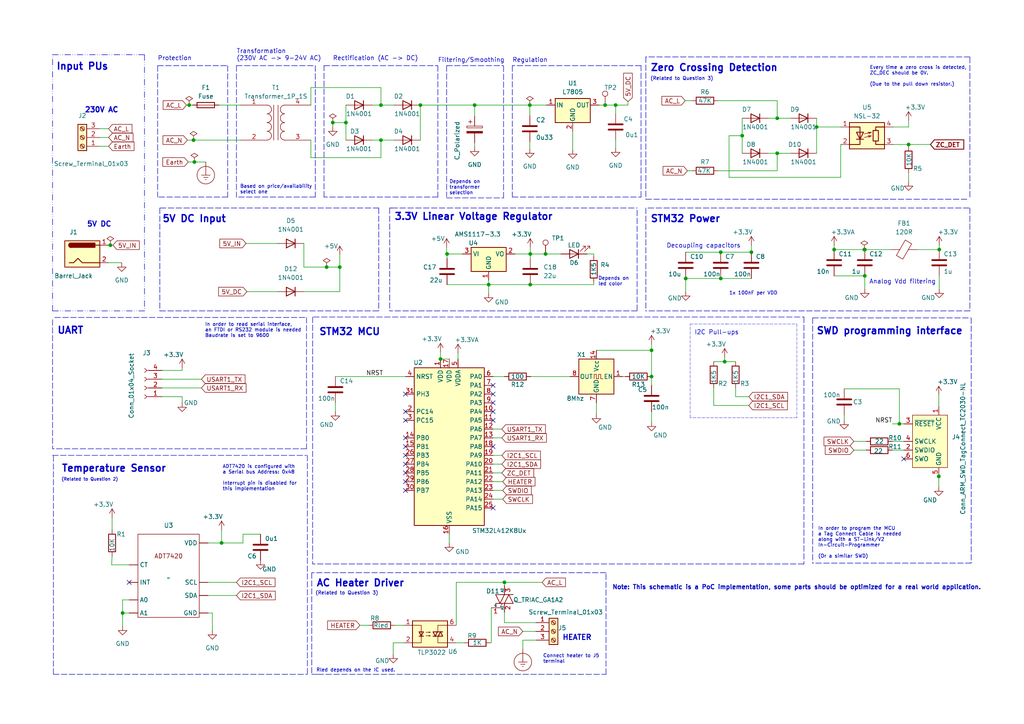
<source format=kicad_sch>
(kicad_sch (version 20230121) (generator eeschema)
  (paper "A4")
  (title_block (title "PID heating element controller") (date "2024-12-22") (rev "Rev 1.0") (comment 1 "Author: Spyridakis Christos") (comment 2 "© 2024 Christos Spyridakis"))
  (junction (at 241.935 72.39))
  (junction (at 137.668 30.48))
  (junction (at 236.855 36.83))
  (junction (at 263.525 41.91))
  (junction (at 158.242 73.66))
  (junction (at 209.042 80.772))
  (junction (at 141.732 82.55))
  (junction (at 272.415 72.39))
  (junction (at 153.797 82.55))
  (junction (at 153.797 73.66))
  (junction (at 98.552 77.47))
  (junction (at 188.976 101.6))
  (junction (at 250.698 72.39))
  (junction (at 225.425 44.45))
  (junction (at 110.49 30.48))
  (junction (at 209.042 73.152))
  (junction (at 100.33 35.56))
  (junction (at 260.858 122.936))
  (junction (at 94.742 77.47))
  (junction (at 54.864 30.48))
  (junction (at 129.667 73.66))
  (junction (at 198.882 80.772))
  (junction (at 64.262 157.48))
  (junction (at 121.92 30.48))
  (junction (at 56.134 40.64))
  (junction (at 127.762 104.14))
  (junction (at 96.52 35.56))
  (junction (at 217.932 73.152))
  (junction (at 35.56 177.8))
  (junction (at 272.288 138.176))
  (junction (at 146.304 168.91))
  (junction (at 56.388 46.99))
  (junction (at 32.004 71.12))
  (junction (at 210.185 104.902))
  (junction (at 215.265 39.37))
  (junction (at 188.976 109.22))
  (junction (at 250.825 80.01))
  (junction (at 110.49 40.64))
  (junction (at 250.825 72.39))
  (junction (at 178.562 30.48))
  (junction (at 225.425 34.29))
  (junction (at 175.514 30.48))
  (junction (at 153.67 30.48))
  (no_connect (at 117.602 137.16))
  (no_connect (at 117.602 139.7))
  (no_connect (at 262.128 133.096))
  (no_connect (at 117.602 129.54))
  (no_connect (at 143.002 116.84))
  (no_connect (at 117.602 142.24))
  (no_connect (at 117.602 127))
  (no_connect (at 143.002 121.92))
  (no_connect (at 143.002 119.38))
  (no_connect (at 37.465 168.91))
  (no_connect (at 117.602 119.38))
  (no_connect (at 117.602 132.08))
  (no_connect (at 143.002 114.3))
  (no_connect (at 117.602 114.3))
  (no_connect (at 117.602 134.62))
  (no_connect (at 143.002 111.76))
  (no_connect (at 143.002 147.32))
  (no_connect (at 117.602 121.92))
  (no_connect (at 143.002 129.54))
  (wire (pts (xy 31.496 71.12) (xy 32.004 71.12)))
  (wire (pts (xy 222.885 34.29) (xy 225.425 34.29)))
  (wire (pts (xy 60.325 168.91) (xy 68.58 168.91)))
  (wire (pts (xy 142.494 176.276) (xy 142.494 186.436)))
  (wire (pts (xy 46.99 109.982) (xy 58.42 109.982)))
  (wire (pts (xy 132.842 102.362) (xy 132.842 104.14)))
  (wire (pts (xy 132.334 186.436) (xy 134.62 186.436)))
  (wire (pts (xy 130.302 154.94) (xy 130.302 157.48)))
  (wire (pts (xy 247.65 128.016) (xy 251.206 128.016)))
  (wire (pts (xy 96.52 35.56) (xy 96.52 36.83)))
  (wire (pts (xy 46.99 107.442) (xy 52.832 107.442)))
  (polyline (pts (xy 15.24 90.17) (xy 15.24 15.875)) (stroke (width 0) (type dash_dot_dot)))
  (polyline (pts (xy 15.494 195.58) (xy 15.494 132.08)) (stroke (width 0) (type dash)))
  (wire (pts (xy 151.638 183.134) (xy 155.448 183.134)))
  (polyline (pts (xy 90.424 195.58) (xy 92.456 195.58)) (stroke (width 0) (type dash)))
  (wire (pts (xy 137.668 30.48) (xy 137.668 33.782)))
  (polyline (pts (xy 281.686 163.322) (xy 235.712 163.322)) (stroke (width 0) (type dash)))
  (wire (pts (xy 272.415 80.01) (xy 272.415 83.82)))
  (wire (pts (xy 141.732 81.28) (xy 141.732 82.55)))
  (polyline (pts (xy 93.98 57.15) (xy 93.98 19.05)) (stroke (width 0) (type dash)))
  (wire (pts (xy 272.415 71.12) (xy 272.415 72.39)))
  (polyline (pts (xy 231.14 121.158) (xy 200.152 121.158)) (stroke (width 0.05) (type dash)))
  (wire (pts (xy 54.102 30.48) (xy 54.864 30.48)))
  (polyline (pts (xy 187.325 60.325) (xy 187.325 90.17)) (stroke (width 0) (type dash)))
  (wire (pts (xy 132.334 168.91) (xy 132.334 181.356)))
  (wire (pts (xy 70.485 154.94) (xy 75.565 154.94)))
  (polyline (pts (xy 148.59 19.05) (xy 148.59 57.15)) (stroke (width 0) (type dash)))
  (polyline (pts (xy 93.98 19.05) (xy 96.52 19.05)) (stroke (width 0) (type dash)))
  (polyline (pts (xy 92.202 195.58) (xy 175.768 195.58)) (stroke (width 0) (type dash)))
  (wire (pts (xy 28.956 42.418) (xy 31.496 42.418)))
  (polyline (pts (xy 233.172 91.948) (xy 233.172 163.576)) (stroke (width 0) (type dash)))
  (wire (pts (xy 250.825 80.01) (xy 250.825 83.82)))
  (wire (pts (xy 188.976 109.22) (xy 188.976 111.76)))
  (polyline (pts (xy 127 19.05) (xy 127 57.15)) (stroke (width 0) (type dash)))
  (polyline (pts (xy 88.9 130.175) (xy 15.24 130.175)) (stroke (width 0) (type dash)))
  (wire (pts (xy 258.826 130.556) (xy 262.128 130.556)))
  (wire (pts (xy 217.932 71.12) (xy 217.932 73.152)))
  (polyline (pts (xy 187.325 57.785) (xy 280.67 57.785)) (stroke (width 0) (type dash)))
  (wire (pts (xy 142.24 186.436) (xy 142.494 186.436)))
  (polyline (pts (xy 175.768 166.116) (xy 90.424 166.116)) (stroke (width 0) (type dash)))
  (wire (pts (xy 244.856 112.776) (xy 260.858 112.776)))
  (wire (pts (xy 241.935 71.12) (xy 241.935 72.39)))
  (wire (pts (xy 35.56 177.8) (xy 37.465 177.8)))
  (polyline (pts (xy 15.24 132.08) (xy 88.9 132.08)) (stroke (width 0) (type dash)))
  (polyline (pts (xy 109.855 60.325) (xy 109.855 90.17)) (stroke (width 0) (type dash)))
  (polyline (pts (xy 127 57.15) (xy 93.98 57.15)) (stroke (width 0) (type dash)))
  (wire (pts (xy 188.976 99.822) (xy 188.976 101.6)))
  (wire (pts (xy 272.288 114.554) (xy 272.288 117.856)))
  (wire (pts (xy 263.525 41.91) (xy 269.875 41.91)))
  (wire (pts (xy 32.512 150.114) (xy 32.512 153.67)))
  (wire (pts (xy 259.08 41.91) (xy 263.525 41.91)))
  (polyline (pts (xy 129.54 19.05) (xy 146.05 19.05)) (stroke (width 0) (type dash)))
  (polyline (pts (xy 148.59 57.15) (xy 185.928 57.15)) (stroke (width 0) (type dash)))
  (wire (pts (xy 258.826 122.936) (xy 260.858 122.936)))
  (wire (pts (xy 31.496 76.2) (xy 35.306 76.2)))
  (wire (pts (xy 210.185 104.902) (xy 213.36 104.902)))
  (wire (pts (xy 127.762 102.108) (xy 127.762 104.14)))
  (wire (pts (xy 207.01 104.902) (xy 210.185 104.902)))
  (wire (pts (xy 143.002 137.16) (xy 145.542 137.16)))
  (wire (pts (xy 121.92 30.48) (xy 121.92 40.64)))
  (polyline (pts (xy 235.712 92.202) (xy 235.712 163.322)) (stroke (width 0) (type dash)))
  (wire (pts (xy 70.485 157.48) (xy 70.485 154.94)))
  (wire (pts (xy 52.832 115.062) (xy 52.832 116.84)))
  (wire (pts (xy 213.36 115.062) (xy 213.36 112.522)))
  (wire (pts (xy 215.265 34.29) (xy 215.265 39.37)))
  (wire (pts (xy 129.667 73.66) (xy 134.112 73.66)))
  (wire (pts (xy 215.265 39.37) (xy 211.455 39.37)))
  (polyline (pts (xy 185.928 57.15) (xy 185.928 19.05)) (stroke (width 0) (type dash)))
  (wire (pts (xy 225.425 44.45) (xy 229.235 44.45)))
  (polyline (pts (xy 68.58 19.05) (xy 91.44 19.05)) (stroke (width 0) (type dash)))
  (polyline (pts (xy 15.875 92.075) (xy 88.9 92.075)) (stroke (width 0) (type dash)))
  (wire (pts (xy 153.67 30.48) (xy 158.496 30.48)))
  (wire (pts (xy 153.67 41.148) (xy 153.67 43.18)))
  (wire (pts (xy 61.595 177.8) (xy 61.595 182.88)))
  (wire (pts (xy 272.288 137.922) (xy 272.288 138.176)))
  (wire (pts (xy 208.28 29.21) (xy 225.425 29.21)))
  (wire (pts (xy 151.638 185.674) (xy 155.448 185.674)))
  (wire (pts (xy 143.002 142.24) (xy 145.796 142.24)))
  (wire (pts (xy 236.855 36.83) (xy 236.855 44.45)))
  (wire (pts (xy 209.042 73.152) (xy 217.932 73.152)))
  (wire (pts (xy 107.95 40.64) (xy 110.49 40.64)))
  (wire (pts (xy 63.5 30.48) (xy 69.85 30.48)))
  (polyline (pts (xy 185.928 19.05) (xy 148.59 19.05)) (stroke (width 0) (type dash)))
  (wire (pts (xy 46.99 115.062) (xy 52.832 115.062)))
  (wire (pts (xy 98.552 77.47) (xy 94.742 77.47)))
  (wire (pts (xy 178.562 40.64) (xy 178.562 42.926)))
  (wire (pts (xy 121.92 30.48) (xy 137.668 30.48)))
  (wire (pts (xy 88.138 77.47) (xy 88.138 70.612)))
  (wire (pts (xy 100.33 35.56) (xy 96.52 35.56)))
  (wire (pts (xy 104.394 181.356) (xy 106.934 181.356)))
  (wire (pts (xy 60.325 157.48) (xy 64.262 157.48)))
  (wire (pts (xy 98.552 84.582) (xy 98.552 77.47)))
  (wire (pts (xy 263.525 41.91) (xy 263.525 42.545)))
  (wire (pts (xy 178.562 30.48) (xy 178.562 33.02)))
  (wire (pts (xy 110.49 40.64) (xy 114.3 40.64)))
  (polyline (pts (xy 66.04 57.15) (xy 45.72 57.15)) (stroke (width 0) (type dash)))
  (wire (pts (xy 198.882 80.772) (xy 198.882 84.582)))
  (wire (pts (xy 46.99 112.522) (xy 58.42 112.522)))
  (polyline (pts (xy 281.305 60.325) (xy 281.305 90.17)) (stroke (width 0) (type dash)))
  (wire (pts (xy 56.134 40.64) (xy 69.85 40.64)))
  (wire (pts (xy 211.455 51.435) (xy 243.84 51.435)))
  (wire (pts (xy 146.304 168.91) (xy 146.304 169.926)))
  (wire (pts (xy 146.304 177.546) (xy 146.304 180.594)))
  (wire (pts (xy 272.288 138.176) (xy 272.288 141.224)))
  (wire (pts (xy 259.08 36.83) (xy 263.525 36.83)))
  (polyline (pts (xy 200.152 93.98) (xy 210.82 93.98)) (stroke (width 0.05) (type dash)))
  (wire (pts (xy 211.455 39.37) (xy 211.455 51.435)))
  (wire (pts (xy 129.54 73.66) (xy 129.667 73.66)))
  (polyline (pts (xy 233.172 163.576) (xy 90.678 163.576)) (stroke (width 0) (type dash)))
  (wire (pts (xy 241.935 80.01) (xy 250.825 80.01)))
  (wire (pts (xy 198.882 73.152) (xy 209.042 73.152)))
  (polyline (pts (xy 210.566 93.98) (xy 231.14 93.98)) (stroke (width 0.05) (type dash)))
  (wire (pts (xy 114.554 181.356) (xy 117.094 181.356)))
  (wire (pts (xy 181.356 109.22) (xy 180.594 109.22)))
  (wire (pts (xy 127.762 104.14) (xy 130.302 104.14)))
  (polyline (pts (xy 15.24 92.71) (xy 15.24 130.175)) (stroke (width 0) (type dash)))
  (polyline (pts (xy 15.494 195.58) (xy 89.154 195.58)) (stroke (width 0) (type dash)))
  (polyline (pts (xy 200.152 121.158) (xy 200.152 93.98)) (stroke (width 0.05) (type dash)))
  (wire (pts (xy 263.525 50.165) (xy 263.525 52.705)))
  (wire (pts (xy 158.242 73.66) (xy 162.687 73.66)))
  (wire (pts (xy 97.282 116.84) (xy 97.282 119.38)))
  (wire (pts (xy 143.002 124.46) (xy 145.542 124.46)))
  (wire (pts (xy 182.118 29.464) (xy 182.118 30.48)))
  (wire (pts (xy 170.307 73.66) (xy 172.212 73.66)))
  (wire (pts (xy 141.732 82.55) (xy 153.797 82.55)))
  (polyline (pts (xy 187.325 16.51) (xy 187.325 57.785)) (stroke (width 0) (type dash)))
  (wire (pts (xy 129.54 71.755) (xy 129.54 73.66)))
  (wire (pts (xy 208.28 49.53) (xy 225.425 49.53)))
  (wire (pts (xy 172.974 116.84) (xy 172.974 120.142)))
  (polyline (pts (xy 88.9 92.075) (xy 88.9 130.175)) (stroke (width 0) (type dash)))
  (wire (pts (xy 97.282 109.22) (xy 117.602 109.22)))
  (polyline (pts (xy 129.54 57.404) (xy 146.05 57.404)) (stroke (width 0) (type dash)))
  (wire (pts (xy 260.858 122.936) (xy 262.128 122.936)))
  (wire (pts (xy 64.262 157.48) (xy 70.485 157.48)))
  (polyline (pts (xy 184.785 60.96) (xy 184.785 90.17)) (stroke (width 0) (type dash)))
  (wire (pts (xy 188.976 101.6) (xy 188.976 109.22)))
  (wire (pts (xy 35.56 173.99) (xy 35.56 177.8)))
  (wire (pts (xy 28.956 37.338) (xy 31.496 37.338)))
  (polyline (pts (xy 46.355 90.17) (xy 109.855 90.17)) (stroke (width 0) (type dash)))
  (wire (pts (xy 110.49 30.48) (xy 114.3 30.48)))
  (wire (pts (xy 198.755 29.21) (xy 200.66 29.21)))
  (wire (pts (xy 165.354 109.22) (xy 153.924 109.22)))
  (wire (pts (xy 266.065 72.39) (xy 272.415 72.39)))
  (wire (pts (xy 71.374 70.612) (xy 80.518 70.612)))
  (wire (pts (xy 153.67 30.48) (xy 153.67 33.528)))
  (wire (pts (xy 54.61 46.99) (xy 56.388 46.99)))
  (wire (pts (xy 90.17 25.4) (xy 90.17 30.48)))
  (wire (pts (xy 217.17 117.602) (xy 207.01 117.602)))
  (wire (pts (xy 54.864 30.48) (xy 55.88 30.48)))
  (polyline (pts (xy 113.665 60.325) (xy 113.03 60.325)) (stroke (width 0) (type dash)))
  (wire (pts (xy 90.17 45.72) (xy 110.49 45.72)))
  (wire (pts (xy 37.465 163.83) (xy 32.385 163.83)))
  (wire (pts (xy 137.668 41.402) (xy 137.668 42.672)))
  (wire (pts (xy 215.265 39.37) (xy 215.265 44.45)))
  (wire (pts (xy 166.116 38.1) (xy 166.116 43.434)))
  (wire (pts (xy 110.49 25.4) (xy 110.49 30.48)))
  (wire (pts (xy 88.138 84.582) (xy 98.552 84.582)))
  (polyline (pts (xy 91.44 57.15) (xy 68.58 57.15)) (stroke (width 0) (type dash)))
  (polyline (pts (xy 15.24 15.875) (xy 41.91 15.875)) (stroke (width 0) (type dash_dot_dot)))
  (polyline (pts (xy 146.05 57.404) (xy 146.05 19.05)) (stroke (width 0) (type dash)))
  (wire (pts (xy 137.668 30.48) (xy 153.67 30.48)))
  (wire (pts (xy 107.95 30.48) (xy 110.49 30.48)))
  (wire (pts (xy 129.667 74.93) (xy 129.667 73.66)))
  (polyline (pts (xy 235.712 92.202) (xy 281.432 92.202)) (stroke (width 0) (type dash)))
  (polyline (pts (xy 113.665 60.325) (xy 184.785 60.325)) (stroke (width 0) (type dash)))
  (polyline (pts (xy 89.154 132.08) (xy 89.154 195.58)) (stroke (width 0) (type dash)))
  (wire (pts (xy 100.33 30.48) (xy 100.33 35.56)))
  (wire (pts (xy 71.628 84.582) (xy 80.518 84.582)))
  (wire (pts (xy 198.882 80.772) (xy 209.042 80.772)))
  (wire (pts (xy 172.974 101.6) (xy 188.976 101.6)))
  (wire (pts (xy 132.334 168.91) (xy 146.304 168.91)))
  (wire (pts (xy 225.425 29.21) (xy 225.425 34.29)))
  (wire (pts (xy 28.956 39.878) (xy 31.496 39.878)))
  (wire (pts (xy 143.002 144.78) (xy 145.796 144.78)))
  (wire (pts (xy 241.935 72.39) (xy 250.698 72.39)))
  (polyline (pts (xy 66.04 19.05) (xy 66.04 57.15)) (stroke (width 0) (type dash)))
  (wire (pts (xy 258.826 128.016) (xy 262.128 128.016)))
  (wire (pts (xy 146.304 180.594) (xy 155.448 180.594)))
  (wire (pts (xy 64.262 153.67) (xy 64.262 157.48)))
  (wire (pts (xy 60.325 172.72) (xy 68.58 172.72)))
  (polyline (pts (xy 281.305 16.51) (xy 187.325 16.51)) (stroke (width 0) (type dash)))
  (polyline (pts (xy 129.54 19.05) (xy 129.54 57.15)) (stroke (width 0) (type dash)))
  (wire (pts (xy 149.352 73.66) (xy 153.797 73.66)))
  (wire (pts (xy 225.425 44.45) (xy 225.425 49.53)))
  (wire (pts (xy 247.65 130.556) (xy 251.206 130.556)))
  (wire (pts (xy 129.667 82.55) (xy 141.732 82.55)))
  (wire (pts (xy 151.638 188.214) (xy 151.638 185.674)))
  (wire (pts (xy 114.046 186.436) (xy 117.094 186.436)))
  (wire (pts (xy 199.39 49.53) (xy 200.66 49.53)))
  (wire (pts (xy 250.698 72.39) (xy 250.825 72.39)))
  (wire (pts (xy 32.004 71.12) (xy 32.766 71.12)))
  (wire (pts (xy 52.832 107.442) (xy 52.832 106.68)))
  (polyline (pts (xy 96.52 19.05) (xy 127 19.05)) (stroke (width 0) (type dash)))
  (wire (pts (xy 56.388 46.99) (xy 59.69 46.99)))
  (wire (pts (xy 35.56 173.99) (xy 37.465 173.99)))
  (wire (pts (xy 172.212 81.915) (xy 172.212 82.55)))
  (wire (pts (xy 32.385 163.83) (xy 32.512 161.29)))
  (wire (pts (xy 236.855 34.29) (xy 236.855 36.83)))
  (wire (pts (xy 153.797 73.66) (xy 158.242 73.66)))
  (wire (pts (xy 143.002 127) (xy 145.542 127)))
  (polyline (pts (xy 281.305 57.15) (xy 281.305 16.51)) (stroke (width 0) (type dash)))
  (wire (pts (xy 153.797 71.755) (xy 153.797 73.66)))
  (wire (pts (xy 100.33 35.56) (xy 100.33 40.64)))
  (wire (pts (xy 217.17 115.062) (xy 213.36 115.062)))
  (polyline (pts (xy 281.686 92.202) (xy 281.686 163.322)) (stroke (width 0) (type dash)))
  (polyline (pts (xy 68.58 19.05) (xy 68.58 57.15)) (stroke (width 0) (type dash)))
  (wire (pts (xy 172.212 82.55) (xy 153.797 82.55)))
  (polyline (pts (xy 109.855 60.325) (xy 46.355 60.325)) (stroke (width 0) (type dash)))
  (wire (pts (xy 35.56 177.8) (xy 35.56 181.61)))
  (polyline (pts (xy 113.03 60.325) (xy 113.03 90.17)) (stroke (width 0) (type dash)))
  (wire (pts (xy 94.742 77.47) (xy 88.138 77.47)))
  (wire (pts (xy 146.304 168.91) (xy 157.226 168.91)))
  (polyline (pts (xy 175.768 195.58) (xy 175.768 166.116)) (stroke (width 0) (type dash)))
  (polyline (pts (xy 41.91 90.17) (xy 15.24 90.17)) (stroke (width 0) (type dash_dot_dot)))
  (wire (pts (xy 141.732 82.55) (xy 141.732 85.09)))
  (polyline (pts (xy 187.96 60.325) (xy 281.305 60.325)) (stroke (width 0) (type dash)))
  (wire (pts (xy 243.84 51.435) (xy 243.84 41.91)))
  (wire (pts (xy 90.17 25.4) (xy 110.49 25.4)))
  (wire (pts (xy 236.855 36.83) (xy 243.84 36.83)))
  (wire (pts (xy 244.856 120.396) (xy 244.856 121.92)))
  (wire (pts (xy 114.046 189.738) (xy 114.046 186.436)))
  (wire (pts (xy 225.425 34.29) (xy 229.235 34.29)))
  (polyline (pts (xy 184.785 90.17) (xy 113.03 90.17)) (stroke (width 0) (type dash)))
  (wire (pts (xy 207.01 117.602) (xy 207.01 112.522)))
  (polyline (pts (xy 90.678 91.948) (xy 90.678 163.576)) (stroke (width 0) (type dash)))
  (wire (pts (xy 143.002 132.08) (xy 145.542 132.08)))
  (wire (pts (xy 263.525 36.83) (xy 263.525 34.925)))
  (wire (pts (xy 222.885 44.45) (xy 225.425 44.45)))
  (wire (pts (xy 209.042 80.772) (xy 217.932 80.772)))
  (wire (pts (xy 210.185 103.632) (xy 210.185 104.902)))
  (polyline (pts (xy 281.305 90.17) (xy 187.325 90.17)) (stroke (width 0) (type dash)))
  (polyline (pts (xy 90.932 91.948) (xy 233.172 91.948)) (stroke (width 0) (type dash)))
  (wire (pts (xy 188.976 119.38) (xy 188.976 122.428)))
  (wire (pts (xy 260.858 112.776) (xy 260.858 122.936)))
  (wire (pts (xy 153.797 73.66) (xy 153.797 74.93)))
  (wire (pts (xy 143.002 139.7) (xy 145.796 139.7)))
  (wire (pts (xy 98.552 73.914) (xy 98.552 77.47)))
  (polyline (pts (xy 90.424 166.116) (xy 90.424 195.58)) (stroke (width 0) (type dash)))
  (polyline (pts (xy 231.14 93.98) (xy 231.14 121.158)) (stroke (width 0.05) (type dash)))
  (polyline (pts (xy 91.44 19.05) (xy 91.44 57.15)) (stroke (width 0) (type dash)))
  (polyline (pts (xy 45.72 19.05) (xy 45.72 57.15)) (stroke (width 0) (type dash)))
  (wire (pts (xy 90.17 40.64) (xy 90.17 45.72)))
  (wire (pts (xy 143.002 134.62) (xy 145.542 134.62)))
  (polyline (pts (xy 41.91 15.875) (xy 41.91 90.17)) (stroke (width 0) (type dash_dot_dot)))
  (wire (pts (xy 60.325 177.8) (xy 61.595 177.8)))
  (polyline (pts (xy 45.72 19.05) (xy 66.04 19.05)) (stroke (width 0) (type dash)))
  (wire (pts (xy 54.356 40.64) (xy 56.134 40.64)))
  (wire (pts (xy 175.514 30.48) (xy 178.562 30.48)))
  (wire (pts (xy 110.49 45.72) (xy 110.49 40.64)))
  (wire (pts (xy 178.562 30.48) (xy 182.118 30.48)))
  (wire (pts (xy 173.736 30.48) (xy 175.514 30.48)))
  (wire (pts (xy 143.002 109.22) (xy 146.304 109.22)))
  (polyline (pts (xy 46.355 60.325) (xy 46.355 90.17)) (stroke (width 0) (type dash)))
  (wire (pts (xy 172.212 73.66) (xy 172.212 74.295)))
  (wire (pts (xy 250.825 72.39) (xy 258.445 72.39)))
  (text "HEATER" (at 163.068 185.928 0) (effects (font (size 1.5 1.5) (thickness 0.3) bold) (justify left bottom)))
  (text "In order to program the MCU\na Tag Connect Cable is needed\nalong with a ST-Link/V2 \nIn-Circuit-Programmer\n\n(Or a similar SWD)" (at 237.236 162.052 0) (effects (font (size 1 1)) (justify left bottom)))
  (text "3.3V Linear Voltage Regulator" (at 114.3 64.135 0) (effects (font (size 2 2) bold) (justify left bottom)))
  (text "(Related to Question 3)" (at 188.595 23.495 0) (effects (font (size 1 1)) (justify left bottom)))
  (text "AC Heater Driver" (at 91.694 170.434 0) (effects (font (size 2 2) (thickness 0.4) bold) (justify left bottom)))
  (text "Decoupling capacitors" (at 193.294 72.136 0) (effects (font (size 1.27 1.27)) (justify left bottom)))
  (text "Filtering/Smoothing" (at 127 18.288 0) (effects (font (size 1.27 1.27)) (justify left bottom)))
  (text "Temperature Sensor" (at 17.78 137.16 0) (effects (font (size 2 2) (thickness 0.4) bold) (justify left bottom)))
  (text "Analog Vdd filtering" (at 252.095 82.55 0) (effects (font (size 1.27 1.27)) (justify left bottom)))
  (text "(Related to Question 2)" (at 17.78 139.7 0) (effects (font (size 0.9 0.9)) (justify left bottom)))
  (text "SWD programming interface" (at 236.728 97.282 0) (effects (font (size 2 2) (thickness 0.4) bold) (justify left bottom)))
  (text "Protection" (at 45.72 17.78 0) (effects (font (size 1.27 1.27)) (justify left bottom)))
  (text "Transformation \n(230V AC -> 9-24V AC)" (at 68.58 17.78 0) (effects (font (size 1.27 1.27)) (justify left bottom)))
  (text "5V DC" (at 25.146 66.04 0) (effects (font (size 1.5 1.5) (thickness 0.3) bold) (justify left bottom)))
  (text "230V AC" (at 24.511 32.893 0) (effects (font (size 1.5 1.5) (thickness 0.32) bold) (justify left bottom)))
  (text "Zero Crossing Detection" (at 188.595 20.955 0) (effects (font (size 2 2) bold) (justify left bottom)))
  (text "Input PUs" (at 16.256 20.574 0) (effects (font (size 2 2) (thickness 0.4) bold) (justify left bottom)))
  (text "(Related to Question 3)" (at 91.44 172.72 0) (effects (font (size 1 1)) (justify left bottom)))
  (text "In order to read serial interface,\nan FTDI or RS232 module is needed \nBaudrate is set to 9600" (at 59.436 98.044 0) (effects (font (size 1 1)) (justify left bottom)))
  (text "Depends on \nled color" (at 173.482 83.058 0) (effects (font (size 1 1)) (justify left bottom)))
  (text "5V DC Input" (at 46.99 64.77 0) (effects (font (size 2 2) (thickness 0.4) bold) (justify left bottom)))
  (text "ADT7420 is configured with\na Serial bus Address: 0x48\n\nInterrupt pin is disabled for\nthis implementation" (at 64.516 142.494 0) (effects (font (size 1 1)) (justify left bottom)))
  (text "Rled depends on the IC used." (at 91.694 195.072 0) (effects (font (size 1 1)) (justify left bottom)))
  (text "STM32 MCU" (at 92.456 97.536 0) (effects (font (size 2 2) (thickness 0.4) bold) (justify left bottom)))
  (text "Note: This schematic is a PoC implementation, some parts should be optimized for a real world application." (at 177.546 171.196 0) (effects (font (size 1.27 1.27) bold) (justify left bottom)))
  (text "UART" (at 16.51 97.155 0) (effects (font (size 2 2) (thickness 0.4) bold) (justify left bottom)))
  (text "Every time a zero cross is detected,\nZC_DEC should be 0V. \n\n(Due to the pull down resistor.)" (at 252.222 25.146 0) (effects (font (size 1 1)) (justify left bottom)))
  (text "1x 100nF per VDD" (at 211.455 85.725 0) (effects (font (size 1 1)) (justify left bottom)))
  (text "Connect heater to J5\nterminal" (at 157.48 192.532 0) (effects (font (size 1 1)) (justify left bottom)))
  (text "Based on price/availability \nselect one" (at 69.596 56.388 0) (effects (font (size 1 1)) (justify left bottom)))
  (text "Depends on \ntransformer\nselection" (at 130.302 56.642 0) (effects (font (size 1 1)) (justify left bottom)))
  (text "Regulation" (at 148.59 18.288 0) (effects (font (size 1.27 1.27)) (justify left bottom)))
  (text "I2C Pull-ups" (at 201.422 97.282 0) (effects (font (size 1.27 1.27)) (justify left bottom)))
  (text "Rectification (AC -> DC)" (at 96.52 17.78 0) (effects (font (size 1.27 1.27)) (justify left bottom)))
  (text "STM32 Power" (at 188.595 64.77 0) (effects (font (size 2 2) bold) (justify left bottom)))
  (label "NRST" (at 106.172 109.22 0))
  (label "NRST" (at 258.826 122.936 180))
  (global_label "I2C1_SDA" (shape input) (at 145.542 134.62 0) (property "Intersheetrefs" "${INTERSHEET_REFS}" (effects hide)))
  (global_label "I2C1_SCL" (shape input) (at 217.17 117.602 0) (property "Intersheetrefs" "${INTERSHEET_REFS}" (effects hide)))
  (global_label "USART1_RX" (shape input) (at 145.542 127 0) (property "Intersheetrefs" "${INTERSHEET_REFS}" (effects hide)))
  (global_label "5V_DC" (shape input) (at 71.628 84.582 180) (property "Intersheetrefs" "${INTERSHEET_REFS}" (effects hide)))
  (global_label "SWDIO" (shape input) (at 247.65 130.556 180) (property "Intersheetrefs" "${INTERSHEET_REFS}" (effects hide)))
  (global_label "SWCLK" (shape input) (at 247.65 128.016 180) (property "Intersheetrefs" "${INTERSHEET_REFS}" (effects hide)))
  (global_label "AC_L" (shape input) (at 157.226 168.91 0) (property "Intersheetrefs" "${INTERSHEET_REFS}" (effects hide)))
  (global_label "HEATER" (shape input) (at 145.796 139.7 0) (property "Intersheetrefs" "${INTERSHEET_REFS}" (effects hide)))
  (global_label "AC_N" (shape input) (at 31.496 39.878 0) (property "Intersheetrefs" "${INTERSHEET_REFS}" (effects hide)))
  (global_label "HEATER" (shape input) (at 104.394 181.356 180) (property "Intersheetrefs" "${INTERSHEET_REFS}" (effects hide)))
  (global_label "Earth" (shape input) (at 54.61 46.99 180) (property "Intersheetrefs" "${INTERSHEET_REFS}" (effects hide)))
  (global_label "AC_L" (shape input) (at 198.755 29.21 180) (property "Intersheetrefs" "${INTERSHEET_REFS}" (effects hide)))
  (global_label "ZC_DET" (shape input) (at 145.542 137.16 0) (property "Intersheetrefs" "${INTERSHEET_REFS}" (effects hide)))
  (global_label "I2C1_SDA" (shape input) (at 217.17 115.062 0) (property "Intersheetrefs" "${INTERSHEET_REFS}" (effects hide)))
  (global_label "AC_N" (shape input) (at 54.356 40.64 180) (property "Intersheetrefs" "${INTERSHEET_REFS}" (effects hide)))
  (global_label "SWDIO" (shape input) (at 145.796 142.24 0) (property "Intersheetrefs" "${INTERSHEET_REFS}" (effects hide)))
  (global_label "USART1_TX" (shape input) (at 58.42 109.982 0) (property "Intersheetrefs" "${INTERSHEET_REFS}" (effects hide)))
  (global_label "USART1_TX" (shape input) (at 145.542 124.46 0) (property "Intersheetrefs" "${INTERSHEET_REFS}" (effects hide)))
  (global_label "Earth" (shape input) (at 31.496 42.418 0) (property "Intersheetrefs" "${INTERSHEET_REFS}" (effects hide)))
  (global_label "AC_L" (shape input) (at 54.102 30.48 180) (property "Intersheetrefs" "${INTERSHEET_REFS}" (effects hide)))
  (global_label "5V_DC" (shape input) (at 182.118 29.464 90) (property "Intersheetrefs" "${INTERSHEET_REFS}" (effects hide)))
  (global_label "5V_IN" (shape input) (at 71.374 70.612 180) (property "Intersheetrefs" "${INTERSHEET_REFS}" (effects hide)))
  (global_label "I2C1_SCL" (shape input) (at 68.58 168.91 0) (property "Intersheetrefs" "${INTERSHEET_REFS}" (effects hide)))
  (global_label "5V_IN" (shape input) (at 32.766 71.12 0) (property "Intersheetrefs" "${INTERSHEET_REFS}" (effects hide)))
  (global_label "AC_N" (shape input) (at 151.638 183.134 180) (property "Intersheetrefs" "${INTERSHEET_REFS}" (effects hide)))
  (global_label "I2C1_SCL" (shape input) (at 145.542 132.08 0) (property "Intersheetrefs" "${INTERSHEET_REFS}" (effects hide)))
  (global_label "USART1_RX" (shape input) (at 58.42 112.522 0) (property "Intersheetrefs" "${INTERSHEET_REFS}" (effects hide)))
  (global_label "I2C1_SDA" (shape input) (at 68.58 172.72 0) (property "Intersheetrefs" "${INTERSHEET_REFS}" (effects hide)))
  (global_label "SWCLK" (shape input) (at 145.796 144.78 0) (property "Intersheetrefs" "${INTERSHEET_REFS}" (effects hide)))
  (global_label "AC_L" (shape input) (at 31.496 37.338 0) (property "Intersheetrefs" "${INTERSHEET_REFS}" (effects hide)))
  (global_label "ZC_DET" (shape input) (at 269.875 41.91 0) (effects (font bold)) (property "Intersheetrefs" "${INTERSHEET_REFS}" (effects hide)))
  (global_label "AC_N" (shape input) (at 199.39 49.53 180) (property "Intersheetrefs" "${INTERSHEET_REFS}" (effects hide)))
  (symbol (lib_id "power:PWR_FLAG") (at 250.698 72.39 0) (unit 1)
    (property "Reference" "#FLG09" (effects hide))
    (property "Value" "PWR_FLAG" (effects hide))
  )
  (symbol (lib_id "Diode:1N4001") (at 118.11 40.64 180) (unit 1)
    (property "Reference" "D4" (at 115.57 38.1 0))
    (property "Value" "1N4001" (at 118.11 43.18 0))
    (property "Footprint" "Diode_THT:D_DO-41_SOD81_P10.16mm_Horizontal" (effects hide))
    (property "Datasheet" "http://www.vishay.com/docs/88503/1n4001.pdf" (effects hide))
    (property "Sim.Device" "D" (effects hide))
    (property "Sim.Pins" "1=K 2=A" (effects hide))
  )
  (symbol (lib_id "Diode:1N4001") (at 118.11 30.48 180) (unit 1)
    (property "Reference" "D2" (at 115.57 27.94 0))
    (property "Value" "1N4001" (at 118.11 33.02 0))
    (property "Footprint" "Diode_THT:D_DO-41_SOD81_P10.16mm_Horizontal" (effects hide))
    (property "Datasheet" "http://www.vishay.com/docs/88503/1n4001.pdf" (effects hide))
    (property "Sim.Device" "D" (effects hide))
    (property "Sim.Pins" "1=K 2=A" (effects hide))
  )
  (symbol (lib_id "power:+3.3V") (at 210.185 103.632 0) (unit 1)
    (property "Reference" "#PWR029" (effects hide))
    (property "Value" "+3.3V" (at 207.645 99.822 0))
  )
  (symbol (lib_id "power:GND") (at 35.56 181.61 0) (unit 1)
    (property "Reference" "#PWR05" (effects hide))
    (property "Value" "GND" (at 35.56 186.69 0))
  )
  (symbol (lib_id "adt7420:ADT7420") (at 48.895 167.64 0) (unit 1)
    (property "Reference" "U3" (at 48.895 152.4 0))
    (property "Value" "~" (at 48.895 167.64 0))
  )
  (symbol (lib_id "power:+5V") (at 98.552 73.914 0) (unit 1)
    (property "Reference" "#PWR030" (effects hide))
    (property "Value" "+5V" (at 96.012 71.374 0))
  )
  (symbol (lib_id "Diode:1N4001") (at 84.328 84.582 180) (unit 1)
    (property "Reference" "D12" (at 84.328 77.978 0))
    (property "Value" "1N4001" (at 84.328 80.518 0))
    (property "Footprint" "Diode_THT:D_DO-41_SOD81_P10.16mm_Horizontal" (effects hide))
    (property "Datasheet" "http://www.vishay.com/docs/88503/1n4001.pdf" (effects hide))
    (property "Sim.Device" "D" (effects hide))
    (property "Sim.Pins" "1=K 2=A" (effects hide))
  )
  (symbol (lib_id "Device:R") (at 110.744 181.356 90) (unit 1)
    (property "Reference" "R8" (at 108.712 179.324 90))
    (property "Value" "Rled" (at 110.49 181.356 90))
  )
  (symbol (lib_id "Device:LED") (at 166.497 73.66 180) (unit 1)
    (property "Reference" "D6" (at 166.497 76.2 0))
    (property "Value" "LED" (at 166.497 71.12 0))
  )
  (symbol (lib_id "Isolator:NSL-32") (at 251.46 39.37 0) (unit 1)
    (property "Reference" "U5" (at 251.46 31.115 0))
    (property "Value" "NSL-32" (at 251.46 33.655 0))
    (property "Footprint" "OptoDevice:Luna_NSL-32" (effects hide))
    (property "Datasheet" "http://lunainc.com/wp-content/uploads/2016/06/NSL-32.pdf" (effects hide))
  )
  (symbol (lib_id "Device:FerriteBead") (at 262.255 72.39 90) (unit 1)
    (property "Reference" "FB1" (at 262.2042 64.77 90))
    (property "Value" "120R" (at 262.2042 67.31 90))
  )
  (symbol (lib_id "power:+3.3VA") (at 241.935 71.12 0) (unit 1)
    (property "Reference" "#PWR017" (effects hide))
    (property "Value" "+3.3VA" (at 244.475 67.31 0))
  )
  (symbol (lib_id "power:+3.3V") (at 153.797 71.755 0) (unit 1)
    (property "Reference" "#PWR027" (effects hide))
    (property "Value" "+3.3V" (at 151.257 67.945 0))
  )
  (symbol (lib_id "Connector:Conn_01x04_Socket") (at 41.91 112.522 180) (unit 1)
    (property "Reference" "J3" (at 42.545 102.362 0))
    (property "Value" "Conn_01x04_Socket" (at 38.1 111.887 90))
  )
  (symbol (lib_id "power:+3.3V") (at 188.976 99.822 0) (mirror y) (unit 1)
    (property "Reference" "#PWR023" (effects hide))
    (property "Value" "+3.3V" (at 191.516 96.012 0))
  )
  (symbol (lib_id "Device:C_Polarized") (at 137.668 37.592 0) (unit 1)
    (property "Reference" "C1" (effects hide))
    (property "Value" "C_Polarized" (at 132.588 46.482 90) (effects (justify left)))
  )
  (symbol (lib_id "power:GND") (at 141.732 85.09 0) (unit 1)
    (property "Reference" "#PWR026" (effects hide))
    (property "Value" "GND" (at 145.542 87.63 0))
  )
  (symbol (lib_id "power:GND") (at 114.046 189.738 0) (unit 1)
    (property "Reference" "#PWR033" (effects hide))
    (property "Value" "GND" (at 110.871 191.643 0))
  )
  (symbol (lib_id "Device:C") (at 97.282 113.03 0) (unit 1)
    (property "Reference" "C14" (at 98.552 110.49 0) (effects (justify left)))
    (property "Value" "100n" (at 92.202 115.57 0) (effects (justify left)))
  )
  (symbol (lib_id "Connector:Conn_ARM_SWD_TagConnect_TC2030-NL") (at 269.748 128.016 0) (mirror y) (unit 1) (in_bom no)
    (property "Reference" "J4" (at 276.098 126.746 0) (effects (justify right)))
    (property "Value" "Conn_ARM_SWD_TagConnect_TC2030-NL" (at 279.273 110.871 90) (effects (justify right)))
    (property "Footprint" "Connector:Tag-Connect_TC2030-IDC-NL_2x03_P1.27mm_Vertical" (effects hide))
    (property "Datasheet" "https://www.tag-connect.com/wp-content/uploads/bsk-pdf-manager/TC2030-CTX_1.pdf" (effects hide))
  )
  (symbol (lib_id "Device:C") (at 75.565 158.75 0) (unit 1)
    (property "Reference" "C6" (at 71.755 161.29 0) (effects (justify left)))
    (property "Value" "0u1" (at 76.835 156.21 0) (effects (justify left)))
  )
  (symbol (lib_id "Device:R") (at 150.114 109.22 270) (mirror x) (unit 1)
    (property "Reference" "R12" (at 150.114 111.506 90))
    (property "Value" "100" (at 150.114 109.22 90))
  )
  (symbol (lib_id "power:GND") (at 198.882 84.582 0) (unit 1)
    (property "Reference" "#PWR016" (effects hide))
    (property "Value" "GND" (at 195.707 86.487 0))
  )
  (symbol (lib_id "Diode:1N4001") (at 219.075 34.29 180) (unit 1)
    (property "Reference" "D7" (at 216.535 31.75 0))
    (property "Value" "1N4001" (at 219.075 36.83 0))
    (property "Footprint" "Diode_THT:D_DO-41_SOD81_P10.16mm_Horizontal" (effects hide))
    (property "Datasheet" "http://www.vishay.com/docs/88503/1n4001.pdf" (effects hide))
    (property "Sim.Device" "D" (effects hide))
    (property "Sim.Pins" "1=K 2=A" (effects hide))
  )
  (symbol (lib_id "Device:C") (at 188.976 115.57 0) (mirror y) (unit 1)
    (property "Reference" "C5" (at 187.706 113.03 0) (effects (justify left)))
    (property "Value" "100n" (at 194.056 118.11 0) (effects (justify left)))
  )
  (symbol (lib_id "power:Earth_Protective") (at 59.69 46.99 0) (unit 1)
    (property "Reference" "#PWR04" (effects hide))
    (property "Value" "Earth_Protective" (effects hide))
  )
  (symbol (lib_id "Device:Q_TRIAC_GA1A2") (at 146.304 173.736 0) (unit 1)
    (property "Reference" "D11" (at 140.97 171.45 0) (effects (justify left)))
    (property "Value" "Q_TRIAC_GA1A2" (at 148.844 173.99 0) (effects (justify left)))
  )
  (symbol (lib_id "Device:C") (at 153.797 78.74 0) (unit 1)
    (property "Reference" "C18" (at 157.607 77.47 0) (effects (justify left)))
    (property "Value" "22u" (at 157.607 80.01 0) (effects (justify left)))
  )
  (symbol (lib_id "Device:R") (at 185.166 109.22 270) (mirror x) (unit 1)
    (property "Reference" "R13" (at 185.166 111.506 90))
    (property "Value" "10K" (at 185.166 109.22 90))
  )
  (symbol (lib_id "Device:Transformer_1P_1S") (at 80.01 35.56 0) (unit 1)
    (property "Reference" "T1" (at 80.0227 25.4 0))
    (property "Value" "Transformer_1P_1S" (at 80.0227 27.94 0))
  )
  (symbol (lib_id "power:+3.3V") (at 272.415 71.12 0) (unit 1)
    (property "Reference" "#PWR019" (effects hide))
    (property "Value" "+3.3V" (at 274.955 67.31 0))
  )
  (symbol (lib_id "Device:R") (at 172.212 78.105 0) (unit 1)
    (property "Reference" "R4" (at 174.117 76.835 0) (effects (justify left)))
    (property "Value" "1K5" (at 172.212 80.01 90) (effects (justify left)))
  )
  (symbol (lib_id "Device:R") (at 204.47 49.53 90) (unit 1)
    (property "Reference" "R7" (at 204.47 46.99 90))
    (property "Value" "47K" (at 204.216 49.53 90))
  )
  (symbol (lib_id "power:+3.3V") (at 52.832 106.68 0) (unit 1)
    (property "Reference" "#PWR012" (effects hide))
    (property "Value" "+3.3V" (at 50.292 102.87 0))
  )
  (symbol (lib_id "power:PWR_FLAG") (at 56.134 40.64 0) (unit 1)
    (property "Reference" "#FLG02" (effects hide))
    (property "Value" "PWR_FLAG" (effects hide))
  )
  (symbol (lib_id "power:GND") (at 166.116 43.434 0) (unit 1)
    (property "Reference" "#PWR037" (effects hide))
    (property "Value" "GND" (at 166.116 48.514 0))
  )
  (symbol (lib_id "Connector:Screw_Terminal_01x03") (at 160.528 183.134 0) (unit 1)
    (property "Reference" "J5" (at 163.068 182.118 0))
    (property "Value" "Screw_Terminal_01x03" (at 164.084 177.546 0))
  )
  (symbol (lib_id "power:GND") (at 250.825 83.82 0) (unit 1)
    (property "Reference" "#PWR015" (effects hide))
    (property "Value" "GND" (at 247.015 86.36 0))
  )
  (symbol (lib_id "power:+3.3V") (at 127.762 102.108 0) (unit 1)
    (property "Reference" "#PWR013" (effects hide))
    (property "Value" "+3.3V" (at 125.222 98.298 0))
  )
  (symbol (lib_id "power:GND") (at 263.525 52.705 0) (unit 1)
    (property "Reference" "#PWR031" (effects hide))
    (property "Value" "GND" (at 260.35 54.61 0))
  )
  (symbol (lib_id "power:GND") (at 137.668 42.672 0) (unit 1)
    (property "Reference" "#PWR01" (effects hide))
    (property "Value" "GND" (at 137.668 47.752 0))
  )
  (symbol (lib_id "power:PWR_FLAG") (at 54.864 30.48 0) (unit 1)
    (property "Reference" "#FLG01" (effects hide))
    (property "Value" "PWR_FLAG" (effects hide))
  )
  (symbol (lib_id "Connector:TestPoint") (at 158.242 73.66 0) (unit 1)
    (property "Reference" "TP1" (at 160.02 69.088 0) (effects (justify left)))
    (property "Value" "TestPoint" (effects hide))
  )
  (symbol (lib_id "Device:C") (at 272.415 76.2 0) (unit 1)
    (property "Reference" "C13" (at 273.685 73.66 0) (effects (justify left)))
    (property "Value" "1u" (at 273.685 78.74 0) (effects (justify left)))
  )
  (symbol (lib_id "Diode:1N4001") (at 104.14 40.64 180) (unit 1)
    (property "Reference" "D3" (at 102.87 38.1 0))
    (property "Value" "1N4001" (at 104.14 43.18 0))
    (property "Footprint" "Diode_THT:D_DO-41_SOD81_P10.16mm_Horizontal" (effects hide))
    (property "Datasheet" "http://www.vishay.com/docs/88503/1n4001.pdf" (effects hide))
    (property "Sim.Device" "D" (effects hide))
    (property "Sim.Pins" "1=K 2=A" (effects hide))
  )
  (symbol (lib_id "power:GND") (at 153.67 43.18 0) (unit 1)
    (property "Reference" "#PWR035" (effects hide))
    (property "Value" "GND" (at 153.67 48.26 0))
  )
  (symbol (lib_id "power:PWR_FLAG") (at 32.004 71.12 0) (unit 1)
    (property "Reference" "#FLG08" (effects hide))
    (property "Value" "PWR_FLAG" (effects hide))
  )
  (symbol (lib_id "Connector:Barrel_Jack") (at 23.876 73.66 0) (unit 1)
    (property "Reference" "J1" (at 21.336 67.31 0))
    (property "Value" "Barrel_Jack" (at 21.336 80.01 0))
  )
  (symbol (lib_id "MCU_ST_STM32L4:STM32L412K8Ux") (at 130.302 129.54 0) (unit 1)
    (property "Reference" "U2" (at 119.888 105.156 0) (effects (justify left)))
    (property "Value" "STM32L412K8Ux" (at 136.906 153.924 0) (effects (justify left)))
    (property "Footprint" "Package_DFN_QFN:QFN-32-1EP_5x5mm_P0.5mm_EP3.45x3.45mm" (effects hide))
    (property "Datasheet" "https://www.st.com/resource/en/datasheet/stm32l412k8.pdf" (effects hide))
  )
  (symbol (lib_id "power:+3.3V") (at 32.512 150.114 0) (unit 1)
    (property "Reference" "#PWR011" (effects hide))
    (property "Value" "+3.3V" (at 29.972 146.304 0))
  )
  (symbol (lib_id "Device:R") (at 32.512 157.48 0) (unit 1)
    (property "Reference" "R1" (at 33.782 154.94 0) (effects (justify left)))
    (property "Value" "10K" (at 32.512 160.02 90) (effects (justify left)))
  )
  (symbol (lib_id "Device:R") (at 263.525 46.355 0) (unit 1)
    (property "Reference" "R5" (at 264.795 48.895 0) (effects (justify left)))
    (property "Value" "10K" (at 263.652 48.26 90) (effects (justify left)))
  )
  (symbol (lib_id "power:GND") (at 75.565 162.56 0) (unit 1)
    (property "Reference" "#PWR09" (effects hide))
    (property "Value" "GND" (at 78.105 165.1 0))
  )
  (symbol (lib_id "power:+3.3V") (at 64.262 153.67 0) (unit 1)
    (property "Reference" "#PWR07" (effects hide))
    (property "Value" "+3.3V" (at 61.722 149.86 0))
  )
  (symbol (lib_id "power:PWR_FLAG") (at 56.388 46.99 0) (unit 1)
    (property "Reference" "#FLG05" (effects hide))
    (property "Value" "PWR_FLAG" (effects hide))
  )
  (symbol (lib_id "Device:R") (at 138.43 186.436 90) (unit 1)
    (property "Reference" "R9" (at 136.906 184.404 90))
    (property "Value" "1K" (at 138.43 186.436 90))
  )
  (symbol (lib_id "Regulator_Linear:AMS1117-3.3") (at 141.732 73.66 0) (unit 1)
    (property "Reference" "U4" (at 137.287 70.485 0))
    (property "Value" "AMS1117-3.3" (at 138.557 67.945 0))
    (property "Footprint" "Package_TO_SOT_SMD:SOT-223-3_TabPin2" (effects hide))
    (property "Datasheet" "http://www.advanced-monolithic.com/pdf/ds1117.pdf" (effects hide))
  )
  (symbol (lib_id "power:GND") (at 272.415 83.82 0) (unit 1)
    (property "Reference" "#PWR018" (effects hide))
    (property "Value" "GND" (at 269.24 86.36 0))
  )
  (symbol (lib_id "power:GND") (at 244.856 121.92 0) (unit 1)
    (property "Reference" "#PWR08" (effects hide))
    (property "Value" "GND" (at 241.808 122.174 0))
  )
  (symbol (lib_id "Oscillator:GTXO-14T") (at 172.974 109.22 0) (mirror y) (unit 1)
    (property "Reference" "X1" (at 168.656 102.87 0))
    (property "Value" "8Mhz" (at 166.878 115.57 0))
    (property "Footprint" "Oscillator:Oscillator_DIP-14" (effects hide))
  )
  (symbol (lib_id "Diode:1N4001") (at 84.328 70.612 180) (unit 1)
    (property "Reference" "D5" (at 84.328 64.008 0))
    (property "Value" "1N4001" (at 84.328 66.548 0))
    (property "Footprint" "Diode_THT:D_DO-41_SOD81_P10.16mm_Horizontal" (effects hide))
    (property "Datasheet" "http://www.vishay.com/docs/88503/1n4001.pdf" (effects hide))
    (property "Sim.Device" "D" (effects hide))
    (property "Sim.Pins" "1=K 2=A" (effects hide))
  )
  (symbol (lib_id "power:GND") (at 178.562 42.926 0) (unit 1)
    (property "Reference" "#PWR036" (effects hide))
    (property "Value" "GND" (at 178.562 48.006 0))
  )
  (symbol (lib_id "power:+3.3V") (at 272.288 114.554 0) (unit 1)
    (property "Reference" "#PWR024" (effects hide))
    (property "Value" "+3.3V" (at 274.828 110.744 0))
  )
  (symbol (lib_id "power:PWR_FLAG") (at 94.742 77.47 0) (unit 1)
    (property "Reference" "#FLG06" (effects hide))
    (property "Value" "PWR_FLAG" (effects hide))
  )
  (symbol (lib_id "power:PWR_FLAG") (at 153.67 30.48 0) (unit 1)
    (property "Reference" "#FLG04" (effects hide))
    (property "Value" "PWR_FLAG" (effects hide))
  )
  (symbol (lib_id "Device:C") (at 244.856 116.586 0) (unit 1)
    (property "Reference" "C3" (at 247.396 116.586 0) (effects (justify left)))
    (property "Value" "100n" (at 238.76 114.554 0) (effects (justify left)))
  )
  (symbol (lib_id "power:GND") (at 272.288 141.224 0) (unit 1)
    (property "Reference" "#PWR025" (effects hide))
    (property "Value" "GND" (at 269.748 145.034 0))
  )
  (symbol (lib_id "Device:R") (at 255.016 130.556 90) (unit 1)
    (property "Reference" "R11" (at 259.588 129.54 90))
    (property "Value" "22" (at 254.762 130.81 90))
  )
  (symbol (lib_id "Device:C") (at 198.882 76.962 0) (unit 1)
    (property "Reference" "C10" (at 200.152 74.422 0) (effects (justify left)))
    (property "Value" "10u" (at 193.802 79.502 0) (effects (justify left)))
  )
  (symbol (lib_id "power:GND") (at 188.976 122.428 0) (mirror y) (unit 1)
    (property "Reference" "#PWR022" (effects hide))
    (property "Value" "GND" (at 191.516 126.238 0))
  )
  (symbol (lib_id "Device:C") (at 178.562 36.83 0) (unit 1)
    (property "Reference" "C4" (at 180.848 34.544 0) (effects (justify left)))
    (property "Value" "0u1" (at 181.356 39.116 0) (effects (justify left)))
  )
  (symbol (lib_id "Device:C") (at 209.042 76.962 0) (unit 1)
    (property "Reference" "C7" (at 210.312 74.422 0) (effects (justify left)))
    (property "Value" "100n" (at 203.962 79.502 0) (effects (justify left)))
  )
  (symbol (lib_id "power:GND") (at 35.306 76.2 0) (unit 1)
    (property "Reference" "#PWR02" (effects hide))
    (property "Value" "GND" (at 35.306 81.28 0))
  )
  (symbol (lib_id "power:GND") (at 130.302 157.48 0) (unit 1)
    (property "Reference" "#PWR039" (effects hide))
    (property "Value" "GND" (at 134.112 160.02 0))
  )
  (symbol (lib_id "Device:C") (at 217.932 76.962 0) (unit 1)
    (property "Reference" "C8" (at 219.202 74.422 0) (effects (justify left)))
    (property "Value" "100n" (at 212.852 79.502 0) (effects (justify left)))
  )
  (symbol (lib_id "Diode:1N4001") (at 104.14 30.48 180) (unit 1)
    (property "Reference" "D1" (at 101.6 27.94 0))
    (property "Value" "1N4001" (at 104.14 33.02 0))
    (property "Footprint" "Diode_THT:D_DO-41_SOD81_P10.16mm_Horizontal" (effects hide))
    (property "Datasheet" "http://www.vishay.com/docs/88503/1n4001.pdf" (effects hide))
    (property "Sim.Device" "D" (effects hide))
    (property "Sim.Pins" "1=K 2=A" (effects hide))
  )
  (symbol (lib_id "power:GND") (at 52.832 116.84 0) (unit 1)
    (property "Reference" "#PWR010" (effects hide))
    (property "Value" "GND" (at 55.372 116.84 0))
  )
  (symbol (lib_id "Device:C") (at 250.825 76.2 0) (unit 1)
    (property "Reference" "C12" (at 252.095 73.66 0) (effects (justify left)))
    (property "Value" "1u" (at 247.015 78.74 0) (effects (justify left)))
  )
  (symbol (lib_id "power:GND") (at 172.974 120.142 0) (mirror y) (unit 1)
    (property "Reference" "#PWR021" (effects hide))
    (property "Value" "GND" (at 175.514 123.952 0))
  )
  (symbol (lib_id "power:GND") (at 97.282 119.38 0) (unit 1)
    (property "Reference" "#PWR020" (effects hide))
    (property "Value" "GND" (at 94.742 123.19 0))
  )
  (symbol (lib_id "Device:R") (at 204.47 29.21 90) (unit 1)
    (property "Reference" "R6" (at 204.47 26.67 90))
    (property "Value" "47K" (at 204.47 29.21 90))
  )
  (symbol (lib_id "Device:Fuse") (at 59.69 30.48 90) (unit 1)
    (property "Reference" "F1" (at 59.69 25.4 90))
    (property "Value" "Fuse" (at 59.69 27.94 90))
  )
  (symbol (lib_id "power:GND") (at 96.52 36.83 0) (unit 1)
    (property "Reference" "#PWR03" (effects hide))
    (property "Value" "GND" (at 96.52 41.91 0))
  )
  (symbol (lib_id "Device:C") (at 153.67 37.338 0) (unit 1)
    (property "Reference" "C2" (at 155.448 34.798 0) (effects (justify left)))
    (property "Value" "0u33" (at 155.448 39.878 0) (effects (justify left)))
  )
  (symbol (lib_id "power:+3.3V") (at 263.525 34.925 0) (unit 1)
    (property "Reference" "#PWR032" (effects hide))
    (property "Value" "+3.3V" (at 265.43 31.115 0))
  )
  (symbol (lib_id "Connector:Screw_Terminal_01x03") (at 23.876 39.878 180) (unit 1)
    (property "Reference" "J2" (at 23.876 33.528 0))
    (property "Value" "Screw_Terminal_01x03" (at 26.416 47.498 0))
  )
  (symbol (lib_id "power:+3.3V") (at 217.932 71.12 0) (unit 1)
    (property "Reference" "#PWR014" (effects hide))
    (property "Value" "+3.3V" (at 215.392 67.31 0))
  )
  (symbol (lib_id "power:+3.3VA") (at 132.842 102.362 0) (unit 1)
    (property "Reference" "#PWR038" (effects hide))
    (property "Value" "+3.3VA" (at 135.382 98.552 0))
  )
  (symbol (lib_id "Regulator_Linear:L7805") (at 166.116 30.48 0) (unit 1)
    (property "Reference" "U1" (at 166.116 24.13 0))
    (property "Value" "L7805" (at 166.116 26.67 0))
    (property "Datasheet" "http://www.st.com/content/ccc/resource/technical/document/datasheet/41/4f/b3/b0/12/d4/47/88/CD00000444.pdf/files/CD00000444.pdf/jcr:content/translations/en.CD00000444.pdf" (effects hide))
  )
  (symbol (lib_id "Device:R") (at 213.36 108.712 0) (unit 1)
    (property "Reference" "R3" (at 214.63 111.252 0) (effects (justify left)))
    (property "Value" "1K5" (at 213.36 111.252 90) (effects (justify left)))
  )
  (symbol (lib_id "Connector:TestPoint") (at 175.514 30.48 0) (unit 1)
    (property "Reference" "TP2" (at 175.26 25.4 0) (effects (justify left)))
    (property "Value" "TestPoint" (effects hide))
  )
  (symbol (lib_id "Device:R") (at 207.01 108.712 0) (unit 1)
    (property "Reference" "R2" (at 208.28 111.252 0) (effects (justify left)))
    (property "Value" "1K5" (at 207.01 111.252 90) (effects (justify left)))
  )
  (symbol (lib_id "power:GND") (at 61.595 182.88 0) (unit 1)
    (property "Reference" "#PWR06" (effects hide))
    (property "Value" "GND" (at 61.595 187.96 0))
  )
  (symbol (lib_id "power:Earth_Protective") (at 151.638 188.214 0) (unit 1)
    (property "Reference" "#PWR034" (effects hide))
    (property "Value" "Earth_Protective" (effects hide))
  )
  (symbol (lib_id "Device:C") (at 241.935 76.2 0) (unit 1)
    (property "Reference" "C11" (at 243.205 73.66 0) (effects (justify left)))
    (property "Value" "10n" (at 236.855 78.74 0) (effects (justify left)))
  )
  (symbol (lib_id "power:PWR_FLAG") (at 96.52 35.56 0) (unit 1)
    (property "Reference" "#FLG03" (effects hide))
    (property "Value" "PWR_FLAG" (effects hide))
  )
  (symbol (lib_id "Device:C") (at 129.667 78.74 0) (unit 1)
    (property "Reference" "C17" (at 122.682 77.47 0) (effects (justify left)))
    (property "Value" "22u" (at 124.587 81.28 0) (effects (justify left)))
  )
  (symbol (lib_id "Diode:1N4001") (at 219.075 44.45 180) (unit 1)
    (property "Reference" "D8" (at 217.805 41.91 0))
    (property "Value" "1N4001" (at 219.075 46.99 0))
    (property "Footprint" "Diode_THT:D_DO-41_SOD81_P10.16mm_Horizontal" (effects hide))
    (property "Datasheet" "http://www.vishay.com/docs/88503/1n4001.pdf" (effects hide))
    (property "Sim.Device" "D" (effects hide))
    (property "Sim.Pins" "1=K 2=A" (effects hide))
  )
  (symbol (lib_id "Diode:1N4001") (at 233.045 34.29 180) (unit 1)
    (property "Reference" "D9" (at 230.505 31.75 0))
    (property "Value" "1N4001" (at 233.045 36.83 0))
    (property "Footprint" "Diode_THT:D_DO-41_SOD81_P10.16mm_Horizontal" (effects hide))
    (property "Datasheet" "http://www.vishay.com/docs/88503/1n4001.pdf" (effects hide))
    (property "Sim.Device" "D" (effects hide))
    (property "Sim.Pins" "1=K 2=A" (effects hide))
  )
  (symbol (lib_id "power:+5V") (at 129.54 71.755 0) (unit 1)
    (property "Reference" "#PWR028" (effects hide))
    (property "Value" "+5V" (at 127 69.215 0))
  )
  (symbol (lib_id "Diode:1N4001") (at 233.045 44.45 180) (unit 1)
    (property "Reference" "D10" (at 230.505 41.91 0))
    (property "Value" "1N4001" (at 233.045 46.99 0))
    (property "Footprint" "Diode_THT:D_DO-41_SOD81_P10.16mm_Horizontal" (effects hide))
    (property "Datasheet" "http://www.vishay.com/docs/88503/1n4001.pdf" (effects hide))
    (property "Sim.Device" "D" (effects hide))
    (property "Sim.Pins" "1=K 2=A" (effects hide))
  )
  (symbol (lib_id "Device:R") (at 255.016 128.016 90) (unit 1)
    (property "Reference" "R10" (at 259.588 127 90))
    (property "Value" "22" (at 255.016 128.016 90))
  )
  (symbol (lib_id "Isolator:TLP3022") (at 124.714 183.896 0) (unit 1)
    (property "Reference" "U6" (at 131.318 188.976 0))
    (property "Value" "TLP3022" (at 125.222 189.23 0))
    (property "Footprint" "Package_DIP:Toshiba_11-7A9" (effects hide))
    (property "Datasheet" "https://toshiba.semicon-storage.com/info/docget.jsp?did=1421&prodName=TLP3021(S)" (effects hide))
  )
)
</source>
